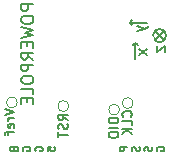
<source format=gbo>
G04 #@! TF.GenerationSoftware,KiCad,Pcbnew,6.0.2+dfsg-1*
G04 #@! TF.CreationDate,2024-05-15T15:08:28+02:00*
G04 #@! TF.ProjectId,PowerPolePCB,506f7765-7250-46f6-9c65-5043422e6b69,rev?*
G04 #@! TF.SameCoordinates,Original*
G04 #@! TF.FileFunction,Legend,Bot*
G04 #@! TF.FilePolarity,Positive*
%FSLAX46Y46*%
G04 Gerber Fmt 4.6, Leading zero omitted, Abs format (unit mm)*
G04 Created by KiCad (PCBNEW 6.0.2+dfsg-1) date 2024-05-15 15:08:28*
%MOMM*%
%LPD*%
G01*
G04 APERTURE LIST*
%ADD10C,0.150000*%
%ADD11C,0.120000*%
%ADD12C,0.896000*%
%ADD13C,1.448000*%
%ADD14R,0.800000X0.800000*%
%ADD15O,0.800000X0.800000*%
%ADD16C,0.800000*%
%ADD17C,0.600000*%
G04 APERTURE END LIST*
D10*
X122300000Y-99700000D02*
X122500000Y-99500000D01*
X125365685Y-100800000D02*
G75*
G03*
X125365685Y-100800000I-565685J0D01*
G01*
X125200000Y-101200000D02*
X124400000Y-100400000D01*
X122550000Y-101600000D02*
X122750000Y-101400000D01*
X122750000Y-101400000D02*
X122950000Y-101600000D01*
X122750000Y-102800000D02*
X122750000Y-101400000D01*
X125200000Y-100400000D02*
X124400000Y-101200000D01*
X123700000Y-99700000D02*
X122300000Y-99700000D01*
X122750000Y-101400000D02*
X122550000Y-101600000D01*
X122300000Y-99700000D02*
X122500000Y-99900000D01*
X124585714Y-101638095D02*
X124585714Y-102161904D01*
X125252380Y-101638095D01*
X125252380Y-102161904D01*
X123752380Y-101938095D02*
X123085714Y-102461904D01*
X123085714Y-101938095D02*
X123752380Y-102461904D01*
X122074297Y-110229761D02*
X121424297Y-110229761D01*
X121424297Y-110477380D01*
X121455250Y-110539285D01*
X121486202Y-110570238D01*
X121548107Y-110601190D01*
X121640964Y-110601190D01*
X121702869Y-110570238D01*
X121733821Y-110539285D01*
X121764773Y-110477380D01*
X121764773Y-110229761D01*
X123089845Y-110214285D02*
X123120797Y-110307142D01*
X123120797Y-110461904D01*
X123089845Y-110523809D01*
X123058892Y-110554761D01*
X122996988Y-110585714D01*
X122935083Y-110585714D01*
X122873178Y-110554761D01*
X122842226Y-110523809D01*
X122811273Y-110461904D01*
X122780321Y-110338095D01*
X122749369Y-110276190D01*
X122718416Y-110245238D01*
X122656511Y-110214285D01*
X122594607Y-110214285D01*
X122532702Y-110245238D01*
X122501750Y-110276190D01*
X122470797Y-110338095D01*
X122470797Y-110492857D01*
X122501750Y-110585714D01*
X124136345Y-110214285D02*
X124167297Y-110307142D01*
X124167297Y-110461904D01*
X124136345Y-110523809D01*
X124105392Y-110554761D01*
X124043488Y-110585714D01*
X123981583Y-110585714D01*
X123919678Y-110554761D01*
X123888726Y-110523809D01*
X123857773Y-110461904D01*
X123826821Y-110338095D01*
X123795869Y-110276190D01*
X123764916Y-110245238D01*
X123703011Y-110214285D01*
X123641107Y-110214285D01*
X123579202Y-110245238D01*
X123548250Y-110276190D01*
X123517297Y-110338095D01*
X123517297Y-110492857D01*
X123548250Y-110585714D01*
X124594750Y-110570238D02*
X124563797Y-110508333D01*
X124563797Y-110415476D01*
X124594750Y-110322619D01*
X124656654Y-110260714D01*
X124718559Y-110229761D01*
X124842369Y-110198809D01*
X124935226Y-110198809D01*
X125059035Y-110229761D01*
X125120940Y-110260714D01*
X125182845Y-110322619D01*
X125213797Y-110415476D01*
X125213797Y-110477380D01*
X125182845Y-110570238D01*
X125151892Y-110601190D01*
X124935226Y-110601190D01*
X124935226Y-110477380D01*
X122385714Y-107673809D02*
X122423809Y-107635714D01*
X122461904Y-107521428D01*
X122461904Y-107445238D01*
X122423809Y-107330952D01*
X122347619Y-107254761D01*
X122271428Y-107216666D01*
X122119047Y-107178571D01*
X122004761Y-107178571D01*
X121852380Y-107216666D01*
X121776190Y-107254761D01*
X121700000Y-107330952D01*
X121661904Y-107445238D01*
X121661904Y-107521428D01*
X121700000Y-107635714D01*
X121738095Y-107673809D01*
X122461904Y-108397619D02*
X122461904Y-108016666D01*
X121661904Y-108016666D01*
X122461904Y-108664285D02*
X121661904Y-108664285D01*
X122461904Y-109121428D02*
X122004761Y-108778571D01*
X121661904Y-109121428D02*
X122119047Y-108664285D01*
X112483821Y-110446428D02*
X112514773Y-110539285D01*
X112545726Y-110570238D01*
X112607630Y-110601190D01*
X112700488Y-110601190D01*
X112762392Y-110570238D01*
X112793345Y-110539285D01*
X112824297Y-110477380D01*
X112824297Y-110229761D01*
X112174297Y-110229761D01*
X112174297Y-110446428D01*
X112205250Y-110508333D01*
X112236202Y-110539285D01*
X112298107Y-110570238D01*
X112360011Y-110570238D01*
X112421916Y-110539285D01*
X112452869Y-110508333D01*
X112483821Y-110446428D01*
X112483821Y-110229761D01*
X113251750Y-110570238D02*
X113220797Y-110508333D01*
X113220797Y-110415476D01*
X113251750Y-110322619D01*
X113313654Y-110260714D01*
X113375559Y-110229761D01*
X113499369Y-110198809D01*
X113592226Y-110198809D01*
X113716035Y-110229761D01*
X113777940Y-110260714D01*
X113839845Y-110322619D01*
X113870797Y-110415476D01*
X113870797Y-110477380D01*
X113839845Y-110570238D01*
X113808892Y-110601190D01*
X113592226Y-110601190D01*
X113592226Y-110477380D01*
X114298250Y-110570238D02*
X114267297Y-110508333D01*
X114267297Y-110415476D01*
X114298250Y-110322619D01*
X114360154Y-110260714D01*
X114422059Y-110229761D01*
X114545869Y-110198809D01*
X114638726Y-110198809D01*
X114762535Y-110229761D01*
X114824440Y-110260714D01*
X114886345Y-110322619D01*
X114917297Y-110415476D01*
X114917297Y-110477380D01*
X114886345Y-110570238D01*
X114855392Y-110601190D01*
X114638726Y-110601190D01*
X114638726Y-110477380D01*
X115313797Y-110554761D02*
X115313797Y-110245238D01*
X115623321Y-110214285D01*
X115592369Y-110245238D01*
X115561416Y-110307142D01*
X115561416Y-110461904D01*
X115592369Y-110523809D01*
X115623321Y-110554761D01*
X115685226Y-110585714D01*
X115839988Y-110585714D01*
X115901892Y-110554761D01*
X115932845Y-110523809D01*
X115963797Y-110461904D01*
X115963797Y-110307142D01*
X115932845Y-110245238D01*
X115901892Y-110214285D01*
X122885714Y-99961904D02*
X123552380Y-100200000D01*
X122885714Y-100438095D02*
X123552380Y-100200000D01*
X123790476Y-100104761D01*
X123838095Y-100057142D01*
X123885714Y-99961904D01*
X121311904Y-107780952D02*
X120511904Y-107780952D01*
X120511904Y-107971428D01*
X120550000Y-108085714D01*
X120626190Y-108161904D01*
X120702380Y-108200000D01*
X120854761Y-108238095D01*
X120969047Y-108238095D01*
X121121428Y-108200000D01*
X121197619Y-108161904D01*
X121273809Y-108085714D01*
X121311904Y-107971428D01*
X121311904Y-107780952D01*
X121311904Y-108580952D02*
X120511904Y-108580952D01*
X120511904Y-109114285D02*
X120511904Y-109266666D01*
X120550000Y-109342857D01*
X120626190Y-109419047D01*
X120778571Y-109457142D01*
X121045238Y-109457142D01*
X121197619Y-109419047D01*
X121273809Y-109342857D01*
X121311904Y-109266666D01*
X121311904Y-109114285D01*
X121273809Y-109038095D01*
X121197619Y-108961904D01*
X121045238Y-108923809D01*
X120778571Y-108923809D01*
X120626190Y-108961904D01*
X120550000Y-109038095D01*
X120511904Y-109114285D01*
X111711904Y-107014285D02*
X112511904Y-107280952D01*
X111711904Y-107547619D01*
X112511904Y-107814285D02*
X111978571Y-107814285D01*
X112130952Y-107814285D02*
X112054761Y-107852380D01*
X112016666Y-107890476D01*
X111978571Y-107966666D01*
X111978571Y-108042857D01*
X112473809Y-108614285D02*
X112511904Y-108538095D01*
X112511904Y-108385714D01*
X112473809Y-108309523D01*
X112397619Y-108271428D01*
X112092857Y-108271428D01*
X112016666Y-108309523D01*
X111978571Y-108385714D01*
X111978571Y-108538095D01*
X112016666Y-108614285D01*
X112092857Y-108652380D01*
X112169047Y-108652380D01*
X112245238Y-108271428D01*
X111978571Y-108880952D02*
X111978571Y-109185714D01*
X112511904Y-108995238D02*
X111826190Y-108995238D01*
X111750000Y-109033333D01*
X111711904Y-109109523D01*
X111711904Y-109185714D01*
X114102380Y-98159523D02*
X113102380Y-98159523D01*
X113102380Y-98540476D01*
X113150000Y-98635714D01*
X113197619Y-98683333D01*
X113292857Y-98730952D01*
X113435714Y-98730952D01*
X113530952Y-98683333D01*
X113578571Y-98635714D01*
X113626190Y-98540476D01*
X113626190Y-98159523D01*
X113102380Y-99350000D02*
X113102380Y-99540476D01*
X113150000Y-99635714D01*
X113245238Y-99730952D01*
X113435714Y-99778571D01*
X113769047Y-99778571D01*
X113959523Y-99730952D01*
X114054761Y-99635714D01*
X114102380Y-99540476D01*
X114102380Y-99350000D01*
X114054761Y-99254761D01*
X113959523Y-99159523D01*
X113769047Y-99111904D01*
X113435714Y-99111904D01*
X113245238Y-99159523D01*
X113150000Y-99254761D01*
X113102380Y-99350000D01*
X113102380Y-100111904D02*
X114102380Y-100350000D01*
X113388095Y-100540476D01*
X114102380Y-100730952D01*
X113102380Y-100969047D01*
X113578571Y-101350000D02*
X113578571Y-101683333D01*
X114102380Y-101826190D02*
X114102380Y-101350000D01*
X113102380Y-101350000D01*
X113102380Y-101826190D01*
X114102380Y-102826190D02*
X113626190Y-102492857D01*
X114102380Y-102254761D02*
X113102380Y-102254761D01*
X113102380Y-102635714D01*
X113150000Y-102730952D01*
X113197619Y-102778571D01*
X113292857Y-102826190D01*
X113435714Y-102826190D01*
X113530952Y-102778571D01*
X113578571Y-102730952D01*
X113626190Y-102635714D01*
X113626190Y-102254761D01*
X114102380Y-103254761D02*
X113102380Y-103254761D01*
X113102380Y-103635714D01*
X113150000Y-103730952D01*
X113197619Y-103778571D01*
X113292857Y-103826190D01*
X113435714Y-103826190D01*
X113530952Y-103778571D01*
X113578571Y-103730952D01*
X113626190Y-103635714D01*
X113626190Y-103254761D01*
X113102380Y-104445238D02*
X113102380Y-104635714D01*
X113150000Y-104730952D01*
X113245238Y-104826190D01*
X113435714Y-104873809D01*
X113769047Y-104873809D01*
X113959523Y-104826190D01*
X114054761Y-104730952D01*
X114102380Y-104635714D01*
X114102380Y-104445238D01*
X114054761Y-104350000D01*
X113959523Y-104254761D01*
X113769047Y-104207142D01*
X113435714Y-104207142D01*
X113245238Y-104254761D01*
X113150000Y-104350000D01*
X113102380Y-104445238D01*
X114102380Y-105778571D02*
X114102380Y-105302380D01*
X113102380Y-105302380D01*
X113578571Y-106111904D02*
X113578571Y-106445238D01*
X114102380Y-106588095D02*
X114102380Y-106111904D01*
X113102380Y-106111904D01*
X113102380Y-106588095D01*
X117011904Y-107961904D02*
X116630952Y-107695238D01*
X117011904Y-107504761D02*
X116211904Y-107504761D01*
X116211904Y-107809523D01*
X116250000Y-107885714D01*
X116288095Y-107923809D01*
X116364285Y-107961904D01*
X116478571Y-107961904D01*
X116554761Y-107923809D01*
X116592857Y-107885714D01*
X116630952Y-107809523D01*
X116630952Y-107504761D01*
X116973809Y-108266666D02*
X117011904Y-108380952D01*
X117011904Y-108571428D01*
X116973809Y-108647619D01*
X116935714Y-108685714D01*
X116859523Y-108723809D01*
X116783333Y-108723809D01*
X116707142Y-108685714D01*
X116669047Y-108647619D01*
X116630952Y-108571428D01*
X116592857Y-108419047D01*
X116554761Y-108342857D01*
X116516666Y-108304761D01*
X116440476Y-108266666D01*
X116364285Y-108266666D01*
X116288095Y-108304761D01*
X116250000Y-108342857D01*
X116211904Y-108419047D01*
X116211904Y-108609523D01*
X116250000Y-108723809D01*
X116211904Y-108952380D02*
X116211904Y-109409523D01*
X117011904Y-109180952D02*
X116211904Y-109180952D01*
D11*
X112759676Y-106459676D02*
G75*
G03*
X112759676Y-106459676I-459676J0D01*
G01*
X117109676Y-106759676D02*
G75*
G03*
X117109676Y-106759676I-459676J0D01*
G01*
X122559676Y-106509676D02*
G75*
G03*
X122559676Y-106509676I-459676J0D01*
G01*
X121409676Y-107059676D02*
G75*
G03*
X121409676Y-107059676I-459676J0D01*
G01*
%LPC*%
D12*
X117170000Y-112050000D03*
X118970000Y-112050000D03*
X118070000Y-112050000D03*
X119870000Y-112050000D03*
X120770000Y-112050000D03*
D13*
X119000000Y-114150000D03*
X109050000Y-94950000D03*
D12*
X111050000Y-90550000D03*
X111050000Y-89650000D03*
X111050000Y-91450000D03*
X125750000Y-95500000D03*
X125750000Y-94600000D03*
X125750000Y-96400000D03*
X111050000Y-95500000D03*
X111050000Y-94600000D03*
X111050000Y-96400000D03*
X125750000Y-90550000D03*
X125750000Y-89650000D03*
X125750000Y-91450000D03*
D14*
X124861300Y-109662700D03*
D15*
X123845300Y-109662700D03*
X122829300Y-109662700D03*
D16*
X121813300Y-109662700D03*
D13*
X127750000Y-94900000D03*
D12*
X125750000Y-114250000D03*
X125750000Y-113350000D03*
X125750000Y-115150000D03*
D14*
X112495000Y-111200000D03*
D16*
X113511000Y-111200000D03*
X114527000Y-111200000D03*
X115543000Y-111200000D03*
D12*
X111100000Y-114250000D03*
X111100000Y-113350000D03*
X111100000Y-115150000D03*
D17*
X112300000Y-106450000D03*
X116650000Y-106750000D03*
X122100000Y-106500000D03*
X120950000Y-107050000D03*
X119400000Y-107761923D03*
X116520000Y-110890000D03*
X124050000Y-104950000D03*
X117544450Y-107761923D03*
X119000000Y-101700000D03*
X118520000Y-109730000D03*
X116181389Y-100711000D03*
X112776270Y-108099699D03*
X111800000Y-102350000D03*
X120150000Y-106450000D03*
X117754400Y-98501200D03*
X124100000Y-101100000D03*
X116154200Y-98526600D03*
X111800500Y-104078859D03*
X119366444Y-110493556D03*
X111750000Y-98450000D03*
X122150000Y-98550000D03*
X117729000Y-100685600D03*
X125000000Y-99100000D03*
X117650000Y-103050000D03*
X125100890Y-103275978D03*
X116400000Y-102900000D03*
X124304551Y-103024502D03*
X124137701Y-98862299D03*
X117000000Y-102137502D03*
X122100000Y-100529124D03*
X119150000Y-103300000D03*
X114850000Y-106400000D03*
X114977567Y-98472433D03*
X114900000Y-99700000D03*
X114288543Y-107111457D03*
X119148720Y-106363403D03*
X124900000Y-107300000D03*
X111800000Y-103250000D03*
X114400237Y-108000263D03*
X114611444Y-100661444D03*
X115549989Y-102850000D03*
X123350000Y-103050000D03*
X115888056Y-103610944D03*
X122561444Y-103361444D03*
X118350000Y-103600000D03*
X122100000Y-101350000D03*
X121725500Y-110949411D03*
X118250000Y-106350000D03*
M02*

</source>
